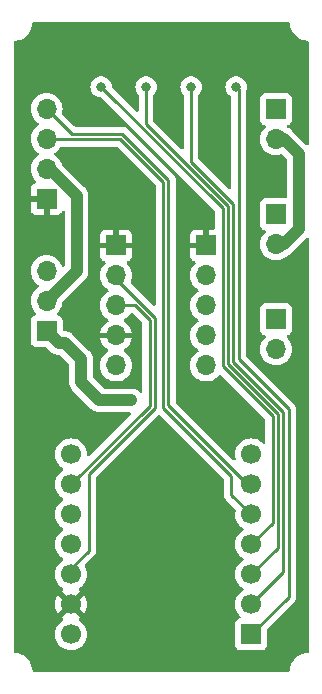
<source format=gbr>
%TF.GenerationSoftware,KiCad,Pcbnew,7.0.9*%
%TF.CreationDate,2025-03-23T17:44:29-04:00*%
%TF.ProjectId,Compact_Control,436f6d70-6163-4745-9f43-6f6e74726f6c,rev?*%
%TF.SameCoordinates,Original*%
%TF.FileFunction,Copper,L2,Bot*%
%TF.FilePolarity,Positive*%
%FSLAX46Y46*%
G04 Gerber Fmt 4.6, Leading zero omitted, Abs format (unit mm)*
G04 Created by KiCad (PCBNEW 7.0.9) date 2025-03-23 17:44:29*
%MOMM*%
%LPD*%
G01*
G04 APERTURE LIST*
%TA.AperFunction,ComponentPad*%
%ADD10R,1.700000X1.700000*%
%TD*%
%TA.AperFunction,ComponentPad*%
%ADD11C,1.700000*%
%TD*%
%TA.AperFunction,ComponentPad*%
%ADD12O,1.700000X1.700000*%
%TD*%
%TA.AperFunction,ViaPad*%
%ADD13C,0.800000*%
%TD*%
%TA.AperFunction,Conductor*%
%ADD14C,0.250000*%
%TD*%
%TA.AperFunction,Conductor*%
%ADD15C,1.000000*%
%TD*%
G04 APERTURE END LIST*
D10*
%TO.P,U1,1,PA02_A0_D0*%
%TO.N,LED0*%
X20117738Y-51846960D03*
D11*
%TO.P,U1,2,PA4_A1_D1*%
%TO.N,LED1*%
X20117738Y-49306960D03*
%TO.P,U1,3,PA10_A2_D2*%
%TO.N,LED2*%
X20117738Y-46766960D03*
%TO.P,U1,4,PA11_A3_D3*%
%TO.N,LED3*%
X20117738Y-44226960D03*
%TO.P,U1,5,PA8_A4_D4_SDA*%
%TO.N,SDA*%
X20117738Y-41686960D03*
%TO.P,U1,6,PA9_A5_D5_SCL*%
%TO.N,SCL*%
X20117738Y-39146960D03*
%TO.P,U1,7,PB08_A6_D6_TX*%
%TO.N,unconnected-(U1-PB08_A6_D6_TX-Pad7)*%
X20117738Y-36606960D03*
%TO.P,U1,8,PB09_A7_D7_RX*%
%TO.N,unconnected-(U1-PB09_A7_D7_RX-Pad8)*%
X4867738Y-36606960D03*
%TO.P,U1,9,PA7_A8_D8_SCK*%
%TO.N,PUMP_PWM*%
X4867738Y-39146960D03*
%TO.P,U1,10,PA5_A9_D9_MISO*%
%TO.N,VALVE_1_PFM*%
X4867738Y-41686960D03*
%TO.P,U1,11,PA6_A10_D10_MOSI*%
%TO.N,VALVE_2_PFM*%
X4867738Y-44226960D03*
%TO.P,U1,12,3V3*%
%TO.N,3V3*%
X4867738Y-46766960D03*
%TO.P,U1,13,GND*%
%TO.N,GND*%
X4867738Y-49306960D03*
%TO.P,U1,14,5V*%
%TO.N,Net-(D1-K)*%
X4867738Y-51846960D03*
%TD*%
D10*
%TO.P,J6,1,Pin_1*%
%TO.N,VIN*%
X2794000Y-26162000D03*
D12*
%TO.P,J6,2,Pin_2*%
%TO.N,VIN_SRC*%
X2794000Y-23622000D03*
%TO.P,J6,3,Pin_3*%
%TO.N,unconnected-(J6-Pin_3-Pad3)*%
X2794000Y-21082000D03*
%TD*%
D10*
%TO.P,J4,1,Pin_1*%
%TO.N,GND*%
X2794000Y-14986000D03*
D12*
%TO.P,J4,2,Pin_2*%
%TO.N,VIN_SRC*%
X2794000Y-12446000D03*
%TO.P,J4,3,Pin_3*%
%TO.N,SDA*%
X2794000Y-9906000D03*
%TO.P,J4,4,Pin_4*%
%TO.N,SCL*%
X2794000Y-7366000D03*
%TD*%
D10*
%TO.P,J3,1,Pin_1*%
%TO.N,PUMP_-*%
X22225000Y-25176960D03*
D12*
%TO.P,J3,2,Pin_2*%
%TO.N,PUMP_+*%
X22225000Y-27716960D03*
%TD*%
D10*
%TO.P,J1,1,Pin_1*%
%TO.N,Net-(D2-A)*%
X22225000Y-7396960D03*
D12*
%TO.P,J1,2,Pin_2*%
%TO.N,VIN*%
X22225000Y-9936960D03*
%TD*%
D10*
%TO.P,U2,1,GND*%
%TO.N,GND*%
X8677738Y-18926960D03*
D12*
%TO.P,U2,2,VCC*%
%TO.N,3V3*%
X8677738Y-21466960D03*
%TO.P,U2,3,EN/PWM*%
%TO.N,PUMP_PWM*%
X8677738Y-24006960D03*
%TO.P,U2,4,PHASE*%
%TO.N,GND*%
X8677738Y-26546960D03*
%TO.P,U2,5,~SLEEP*%
%TO.N,unconnected-(U2-~SLEEP-Pad5)*%
X8677738Y-29086960D03*
D10*
%TO.P,U2,6,GND*%
%TO.N,GND*%
X16297738Y-18926960D03*
D12*
%TO.P,U2,7,VIN*%
%TO.N,VIN*%
X16297738Y-21466960D03*
%TO.P,U2,8,OUT2*%
%TO.N,PUMP_-*%
X16297738Y-24006960D03*
%TO.P,U2,9,OUT1*%
%TO.N,PUMP_+*%
X16297738Y-26546960D03*
%TO.P,U2,10,VM*%
%TO.N,unconnected-(U2-VM-Pad10)*%
X16297738Y-29086960D03*
%TD*%
D10*
%TO.P,J2,1,Pin_1*%
%TO.N,Net-(D3-A)*%
X22225000Y-16286960D03*
D12*
%TO.P,J2,2,Pin_2*%
%TO.N,VIN*%
X22225000Y-18826960D03*
%TD*%
D13*
%TO.N,VIN*%
X9947738Y-32034960D03*
%TO.N,LED0*%
X18837738Y-5491960D03*
%TO.N,LED1*%
X15027738Y-5491960D03*
%TO.N,LED2*%
X11217738Y-5491960D03*
%TO.N,LED3*%
X7407738Y-5491960D03*
%TD*%
D14*
%TO.N,SDA*%
X20117738Y-41686960D02*
X20086960Y-41686960D01*
X20086960Y-41686960D02*
X18415000Y-40015000D01*
X2824960Y-9936960D02*
X2794000Y-9906000D01*
X18415000Y-38415000D02*
X12646342Y-32646342D01*
X12646342Y-32646342D02*
X12646342Y-13561960D01*
X9021342Y-9936960D02*
X2824960Y-9936960D01*
X18415000Y-40015000D02*
X18415000Y-38415000D01*
X12646342Y-13561960D02*
X9021342Y-9936960D01*
D15*
%TO.N,VIN*%
X7269960Y-32034960D02*
X5715000Y-30480000D01*
X22906960Y-9936960D02*
X24130000Y-11160000D01*
X24130000Y-11160000D02*
X24130000Y-17554349D01*
X5715000Y-30480000D02*
X5715000Y-28575000D01*
X3810000Y-27178000D02*
X2794000Y-26162000D01*
X5715000Y-28575000D02*
X4318000Y-27178000D01*
X24130000Y-17554349D02*
X22857389Y-18826960D01*
X4318000Y-27178000D02*
X3810000Y-27178000D01*
X9947738Y-32034960D02*
X7269960Y-32034960D01*
D14*
%TO.N,SCL*%
X13096342Y-32459946D02*
X19783356Y-39146960D01*
X13096342Y-13375564D02*
X13096342Y-32459946D01*
X19783356Y-39146960D02*
X20117738Y-39146960D01*
X9207738Y-9486960D02*
X13096342Y-13375564D01*
X4914960Y-9486960D02*
X9207738Y-9486960D01*
X2794000Y-7366000D02*
X4914960Y-9486960D01*
%TO.N,LED0*%
X23282738Y-48681960D02*
X20117738Y-51846960D01*
X23282738Y-32796960D02*
X23282738Y-48681960D01*
X19050000Y-5704222D02*
X19050000Y-28564222D01*
X18837738Y-5491960D02*
X19050000Y-5704222D01*
X19050000Y-28564222D02*
X23282738Y-32796960D01*
%TO.N,LED1*%
X22832738Y-46591960D02*
X20117738Y-49306960D01*
X15027738Y-11839168D02*
X18600000Y-15411430D01*
X18600000Y-28750618D02*
X22832738Y-32983356D01*
X18600000Y-15411430D02*
X18600000Y-28750618D01*
X15027738Y-5491960D02*
X15027738Y-11839168D01*
X22832738Y-32983356D02*
X22832738Y-46591960D01*
%TO.N,LED2*%
X11217738Y-5491960D02*
X11217738Y-8665564D01*
X18150000Y-28937014D02*
X22382738Y-33169752D01*
X11217738Y-8665564D02*
X18150000Y-15597826D01*
X18150000Y-15597826D02*
X18150000Y-28937014D01*
X22382738Y-33169752D02*
X22382738Y-44501960D01*
X22382738Y-44501960D02*
X20117738Y-46766960D01*
%TO.N,LED3*%
X21932738Y-33356148D02*
X21932738Y-42411960D01*
X7407738Y-5491960D02*
X17700000Y-15784222D01*
X17700000Y-29123410D02*
X21932738Y-33356148D01*
X21932738Y-42411960D02*
X20117738Y-44226960D01*
X17700000Y-15784222D02*
X17700000Y-29123410D01*
%TO.N,PUMP_PWM*%
X10305564Y-24006960D02*
X11529738Y-25231134D01*
X8677738Y-24006960D02*
X10305564Y-24006960D01*
X11529738Y-32484960D02*
X4867738Y-39146960D01*
X11529738Y-25231134D02*
X11529738Y-32484960D01*
%TO.N,3V3*%
X6350000Y-38301094D02*
X6350000Y-44754698D01*
X6350000Y-44754698D02*
X4867738Y-46236960D01*
X8677738Y-21742738D02*
X11979738Y-25044738D01*
X4867738Y-46236960D02*
X4867738Y-46766960D01*
X11979738Y-25044738D02*
X11979738Y-32671356D01*
X11979738Y-32671356D02*
X6350000Y-38301094D01*
X8677738Y-21466960D02*
X8677738Y-21742738D01*
D15*
%TO.N,VIN_SRC*%
X5334000Y-21082000D02*
X2794000Y-23622000D01*
X5334000Y-14732000D02*
X5334000Y-21082000D01*
X2794000Y-12446000D02*
X3048000Y-12446000D01*
X3048000Y-12446000D02*
X5334000Y-14732000D01*
%TD*%
%TA.AperFunction,Conductor*%
%TO.N,GND*%
G36*
X8777929Y-10582145D02*
G01*
X8798571Y-10598779D01*
X11984523Y-13784731D01*
X12018008Y-13846054D01*
X12020842Y-13872412D01*
X12020842Y-23901889D01*
X12001157Y-23968928D01*
X11948353Y-24014683D01*
X11879195Y-24024627D01*
X11815639Y-23995602D01*
X11809161Y-23989570D01*
X9948979Y-22129388D01*
X9915494Y-22068065D01*
X9920478Y-21998373D01*
X9924278Y-21989302D01*
X9951641Y-21930623D01*
X10012801Y-21702368D01*
X10033397Y-21466960D01*
X10012801Y-21231552D01*
X9951641Y-21003297D01*
X9851773Y-20789131D01*
X9823154Y-20748259D01*
X9716234Y-20595560D01*
X9716233Y-20595559D01*
X9593917Y-20473243D01*
X9560434Y-20411923D01*
X9565418Y-20342231D01*
X9607289Y-20286297D01*
X9638267Y-20269382D01*
X9769824Y-20220314D01*
X9769831Y-20220310D01*
X9884925Y-20134150D01*
X9884928Y-20134147D01*
X9971088Y-20019053D01*
X9971092Y-20019046D01*
X10021334Y-19884339D01*
X10021336Y-19884332D01*
X10027737Y-19824804D01*
X10027738Y-19824787D01*
X10027738Y-19176960D01*
X9111424Y-19176960D01*
X9137231Y-19136804D01*
X9177738Y-18998849D01*
X9177738Y-18855071D01*
X9137231Y-18717116D01*
X9111424Y-18676960D01*
X10027738Y-18676960D01*
X10027738Y-18029132D01*
X10027737Y-18029115D01*
X10021336Y-17969587D01*
X10021334Y-17969580D01*
X9971092Y-17834873D01*
X9971088Y-17834866D01*
X9884928Y-17719772D01*
X9884925Y-17719769D01*
X9769831Y-17633609D01*
X9769824Y-17633605D01*
X9635117Y-17583363D01*
X9635110Y-17583361D01*
X9575582Y-17576960D01*
X8927738Y-17576960D01*
X8927738Y-18491458D01*
X8820053Y-18442280D01*
X8713501Y-18426960D01*
X8641975Y-18426960D01*
X8535423Y-18442280D01*
X8427738Y-18491458D01*
X8427738Y-17576960D01*
X7779893Y-17576960D01*
X7720365Y-17583361D01*
X7720358Y-17583363D01*
X7585651Y-17633605D01*
X7585644Y-17633609D01*
X7470550Y-17719769D01*
X7470547Y-17719772D01*
X7384387Y-17834866D01*
X7384383Y-17834873D01*
X7334141Y-17969580D01*
X7334139Y-17969587D01*
X7327738Y-18029115D01*
X7327738Y-18676960D01*
X8244052Y-18676960D01*
X8218245Y-18717116D01*
X8177738Y-18855071D01*
X8177738Y-18998849D01*
X8218245Y-19136804D01*
X8244052Y-19176960D01*
X7327738Y-19176960D01*
X7327738Y-19824804D01*
X7334139Y-19884332D01*
X7334141Y-19884339D01*
X7384383Y-20019046D01*
X7384387Y-20019053D01*
X7470547Y-20134147D01*
X7470550Y-20134150D01*
X7585644Y-20220310D01*
X7585651Y-20220314D01*
X7717208Y-20269381D01*
X7773141Y-20311252D01*
X7797559Y-20376716D01*
X7782708Y-20444989D01*
X7761557Y-20473244D01*
X7639241Y-20595560D01*
X7503703Y-20789129D01*
X7503702Y-20789131D01*
X7403836Y-21003295D01*
X7403832Y-21003304D01*
X7342676Y-21231546D01*
X7342674Y-21231556D01*
X7322079Y-21466959D01*
X7322079Y-21466960D01*
X7342674Y-21702363D01*
X7342676Y-21702373D01*
X7403832Y-21930615D01*
X7403834Y-21930619D01*
X7403835Y-21930623D01*
X7492373Y-22120493D01*
X7503703Y-22144790D01*
X7503705Y-22144794D01*
X7639239Y-22338355D01*
X7639244Y-22338362D01*
X7806335Y-22505453D01*
X7806341Y-22505458D01*
X7991896Y-22635385D01*
X8035521Y-22689962D01*
X8042715Y-22759460D01*
X8011192Y-22821815D01*
X7991896Y-22838535D01*
X7806335Y-22968465D01*
X7639243Y-23135557D01*
X7503703Y-23329129D01*
X7503702Y-23329131D01*
X7403836Y-23543295D01*
X7403832Y-23543304D01*
X7342676Y-23771546D01*
X7342674Y-23771556D01*
X7322079Y-24006959D01*
X7322079Y-24006960D01*
X7342674Y-24242363D01*
X7342676Y-24242373D01*
X7403832Y-24470615D01*
X7403834Y-24470619D01*
X7403835Y-24470623D01*
X7488480Y-24652145D01*
X7503703Y-24684790D01*
X7503705Y-24684794D01*
X7585966Y-24802274D01*
X7639239Y-24878356D01*
X7639244Y-24878362D01*
X7806335Y-25045453D01*
X7806341Y-25045458D01*
X7992332Y-25175690D01*
X8035957Y-25230267D01*
X8043151Y-25299765D01*
X8011628Y-25362120D01*
X7992333Y-25378840D01*
X7806660Y-25508850D01*
X7806658Y-25508851D01*
X7639629Y-25675880D01*
X7639624Y-25675886D01*
X7504138Y-25869380D01*
X7504137Y-25869382D01*
X7404308Y-26083467D01*
X7404305Y-26083473D01*
X7347102Y-26296959D01*
X7347102Y-26296960D01*
X8244052Y-26296960D01*
X8218245Y-26337116D01*
X8177738Y-26475071D01*
X8177738Y-26618849D01*
X8218245Y-26756804D01*
X8244052Y-26796960D01*
X7347102Y-26796960D01*
X7404305Y-27010446D01*
X7404308Y-27010452D01*
X7504137Y-27224538D01*
X7639632Y-27418042D01*
X7806655Y-27585065D01*
X7992333Y-27715079D01*
X8035957Y-27769656D01*
X8043150Y-27839155D01*
X8011628Y-27901509D01*
X7992333Y-27918229D01*
X7806332Y-28048468D01*
X7639243Y-28215557D01*
X7503703Y-28409129D01*
X7503702Y-28409131D01*
X7403836Y-28623295D01*
X7403832Y-28623304D01*
X7342676Y-28851546D01*
X7342674Y-28851556D01*
X7322079Y-29086959D01*
X7322079Y-29086960D01*
X7342674Y-29322363D01*
X7342676Y-29322373D01*
X7403832Y-29550615D01*
X7403834Y-29550619D01*
X7403835Y-29550623D01*
X7503703Y-29764790D01*
X7503705Y-29764794D01*
X7612019Y-29919481D01*
X7639243Y-29958361D01*
X7806337Y-30125455D01*
X7903122Y-30193225D01*
X7999903Y-30260992D01*
X7999905Y-30260993D01*
X7999908Y-30260995D01*
X8214075Y-30360863D01*
X8442330Y-30422023D01*
X8630656Y-30438499D01*
X8677737Y-30442619D01*
X8677738Y-30442619D01*
X8677739Y-30442619D01*
X8716972Y-30439186D01*
X8913146Y-30422023D01*
X9141401Y-30360863D01*
X9355568Y-30260995D01*
X9549139Y-30125455D01*
X9716233Y-29958361D01*
X9851773Y-29764790D01*
X9951641Y-29550623D01*
X10012801Y-29322368D01*
X10033397Y-29086960D01*
X10012801Y-28851552D01*
X9951641Y-28623297D01*
X9851773Y-28409131D01*
X9841735Y-28394794D01*
X9716232Y-28215557D01*
X9549140Y-28048466D01*
X9549139Y-28048465D01*
X9363143Y-27918229D01*
X9319519Y-27863652D01*
X9312326Y-27794153D01*
X9343848Y-27731799D01*
X9363143Y-27715079D01*
X9548820Y-27585065D01*
X9715843Y-27418042D01*
X9851338Y-27224538D01*
X9951167Y-27010452D01*
X9951170Y-27010446D01*
X10008374Y-26796960D01*
X9111424Y-26796960D01*
X9137231Y-26756804D01*
X9177738Y-26618849D01*
X9177738Y-26475071D01*
X9137231Y-26337116D01*
X9111424Y-26296960D01*
X10008374Y-26296960D01*
X10008373Y-26296959D01*
X9951170Y-26083473D01*
X9951167Y-26083467D01*
X9851338Y-25869382D01*
X9851337Y-25869380D01*
X9715851Y-25675886D01*
X9715846Y-25675880D01*
X9548816Y-25508850D01*
X9363143Y-25378839D01*
X9319518Y-25324262D01*
X9312326Y-25254764D01*
X9343848Y-25192409D01*
X9363144Y-25175690D01*
X9363580Y-25175385D01*
X9549139Y-25045455D01*
X9716233Y-24878361D01*
X9851390Y-24685337D01*
X9905967Y-24641712D01*
X9952965Y-24632460D01*
X9995112Y-24632460D01*
X10062151Y-24652145D01*
X10082793Y-24668779D01*
X10867919Y-25453905D01*
X10901404Y-25515228D01*
X10904238Y-25541586D01*
X10904238Y-31278594D01*
X10884553Y-31345633D01*
X10831749Y-31391388D01*
X10762591Y-31401332D01*
X10699035Y-31372307D01*
X10690364Y-31364027D01*
X10672879Y-31345633D01*
X10602797Y-31271907D01*
X10445382Y-31162343D01*
X10435788Y-31155665D01*
X10248794Y-31075419D01*
X10049479Y-31034460D01*
X7735742Y-31034460D01*
X7668703Y-31014775D01*
X7648061Y-30998141D01*
X6751819Y-30101899D01*
X6718334Y-30040576D01*
X6715500Y-30014218D01*
X6715500Y-28587675D01*
X6717756Y-28498642D01*
X6717755Y-28498641D01*
X6717756Y-28498636D01*
X6706929Y-28438233D01*
X6706282Y-28433620D01*
X6700074Y-28372562D01*
X6700073Y-28372560D01*
X6700073Y-28372557D01*
X6689790Y-28339787D01*
X6687917Y-28332154D01*
X6681858Y-28298348D01*
X6659102Y-28241378D01*
X6657521Y-28236937D01*
X6639853Y-28180624D01*
X6639159Y-28178412D01*
X6639158Y-28178410D01*
X6639157Y-28178407D01*
X6623949Y-28151010D01*
X6622485Y-28148371D01*
X6619117Y-28141278D01*
X6607386Y-28111909D01*
X6606377Y-28109383D01*
X6572620Y-28058163D01*
X6570180Y-28054134D01*
X6558783Y-28033601D01*
X6540409Y-28000498D01*
X6540407Y-28000495D01*
X6518033Y-27974434D01*
X6513302Y-27968159D01*
X6502895Y-27952368D01*
X6494402Y-27939481D01*
X6451012Y-27896091D01*
X6447822Y-27892648D01*
X6407867Y-27846106D01*
X6407863Y-27846102D01*
X6380698Y-27825074D01*
X6374803Y-27819882D01*
X5034451Y-26479531D01*
X4973061Y-26414949D01*
X4973060Y-26414948D01*
X4973059Y-26414947D01*
X4929325Y-26384507D01*
X4922709Y-26379902D01*
X4918946Y-26377064D01*
X4871413Y-26338305D01*
X4871406Y-26338300D01*
X4840959Y-26322397D01*
X4834251Y-26318334D01*
X4806049Y-26298705D01*
X4806046Y-26298703D01*
X4806045Y-26298703D01*
X4806041Y-26298701D01*
X4749680Y-26274514D01*
X4745424Y-26272493D01*
X4691057Y-26244094D01*
X4691050Y-26244091D01*
X4691049Y-26244091D01*
X4685008Y-26242362D01*
X4658030Y-26234642D01*
X4650630Y-26232008D01*
X4619057Y-26218459D01*
X4619058Y-26218459D01*
X4558966Y-26206109D01*
X4554391Y-26204986D01*
X4495420Y-26188113D01*
X4495425Y-26188113D01*
X4461158Y-26185503D01*
X4453380Y-26184412D01*
X4419742Y-26177500D01*
X4419741Y-26177500D01*
X4358402Y-26177500D01*
X4353695Y-26177321D01*
X4348799Y-26176948D01*
X4292526Y-26172662D01*
X4288624Y-26173159D01*
X4288158Y-26173218D01*
X4219170Y-26162161D01*
X4184814Y-26137893D01*
X4180818Y-26133897D01*
X4147333Y-26072574D01*
X4144499Y-26046216D01*
X4144499Y-25264129D01*
X4144498Y-25264123D01*
X4144497Y-25264116D01*
X4138091Y-25204517D01*
X4127339Y-25175690D01*
X4087797Y-25069671D01*
X4087793Y-25069664D01*
X4001547Y-24954455D01*
X4001544Y-24954452D01*
X3886335Y-24868206D01*
X3886328Y-24868202D01*
X3754917Y-24819189D01*
X3698983Y-24777318D01*
X3674566Y-24711853D01*
X3689418Y-24643580D01*
X3710563Y-24615332D01*
X3832495Y-24493401D01*
X3968035Y-24299830D01*
X4067903Y-24085663D01*
X4129063Y-23857408D01*
X4140043Y-23731901D01*
X4165495Y-23666834D01*
X4175882Y-23655037D01*
X6032487Y-21798433D01*
X6097053Y-21737059D01*
X6132119Y-21686675D01*
X6134912Y-21682972D01*
X6173697Y-21635408D01*
X6189604Y-21604952D01*
X6193666Y-21598248D01*
X6213295Y-21570049D01*
X6237497Y-21513650D01*
X6239500Y-21509431D01*
X6267909Y-21455049D01*
X6277357Y-21422022D01*
X6279988Y-21414633D01*
X6293540Y-21383058D01*
X6305895Y-21322930D01*
X6306999Y-21318429D01*
X6323886Y-21259418D01*
X6326494Y-21225157D01*
X6327585Y-21217389D01*
X6334500Y-21183743D01*
X6334500Y-21122398D01*
X6334679Y-21117688D01*
X6339337Y-21056524D01*
X6334997Y-21022442D01*
X6334500Y-21014603D01*
X6334500Y-14744677D01*
X6334720Y-14736000D01*
X6336756Y-14655637D01*
X6325932Y-14595247D01*
X6325282Y-14590617D01*
X6319074Y-14529562D01*
X6308790Y-14496786D01*
X6306917Y-14489154D01*
X6300858Y-14455349D01*
X6300858Y-14455347D01*
X6278102Y-14398378D01*
X6276521Y-14393937D01*
X6258157Y-14335407D01*
X6241488Y-14305378D01*
X6238117Y-14298278D01*
X6225378Y-14266386D01*
X6225377Y-14266383D01*
X6191620Y-14215163D01*
X6189180Y-14211134D01*
X6168965Y-14174715D01*
X6159409Y-14157498D01*
X6159407Y-14157495D01*
X6137033Y-14131434D01*
X6132302Y-14125159D01*
X6113402Y-14096481D01*
X6070012Y-14053091D01*
X6066822Y-14049648D01*
X6026867Y-14003106D01*
X6026863Y-14003102D01*
X5999698Y-13982074D01*
X5993811Y-13976890D01*
X4116522Y-12099602D01*
X4084429Y-12044014D01*
X4067904Y-11982341D01*
X4067903Y-11982337D01*
X3968035Y-11768171D01*
X3968034Y-11768169D01*
X3832494Y-11574597D01*
X3665402Y-11407506D01*
X3665396Y-11407501D01*
X3479842Y-11277575D01*
X3436217Y-11222998D01*
X3429023Y-11153500D01*
X3460546Y-11091145D01*
X3479842Y-11074425D01*
X3621181Y-10975458D01*
X3665401Y-10944495D01*
X3832495Y-10777401D01*
X3945974Y-10615335D01*
X4000551Y-10571712D01*
X4047549Y-10562460D01*
X8710890Y-10562460D01*
X8777929Y-10582145D01*
G37*
%TD.AperFunction*%
%TA.AperFunction,Conductor*%
G36*
X23342940Y-20185D02*
G01*
X23388695Y-72989D01*
X23398187Y-110185D01*
X23398870Y-110087D01*
X23432080Y-341075D01*
X23432083Y-341085D01*
X23496583Y-560751D01*
X23591680Y-768985D01*
X23591693Y-769008D01*
X23715456Y-961587D01*
X23715460Y-961593D01*
X23865384Y-1134615D01*
X24038406Y-1284539D01*
X24038412Y-1284543D01*
X24230991Y-1408306D01*
X24231014Y-1408319D01*
X24439248Y-1503416D01*
X24439252Y-1503417D01*
X24439254Y-1503418D01*
X24658920Y-1567918D01*
X24658921Y-1567918D01*
X24658924Y-1567919D01*
X24819053Y-1590942D01*
X24885530Y-1600500D01*
X24885531Y-1600500D01*
X24889913Y-1601130D01*
X24889726Y-1602424D01*
X24949801Y-1624825D01*
X24991678Y-1680755D01*
X24999500Y-1724099D01*
X24999500Y-10315038D01*
X24979815Y-10382077D01*
X24927011Y-10427832D01*
X24857853Y-10437776D01*
X24799593Y-10413090D01*
X24795691Y-10410069D01*
X24789806Y-10404886D01*
X23578540Y-9193620D01*
X23460367Y-9097262D01*
X23280009Y-9003051D01*
X23280008Y-9003050D01*
X23280003Y-9003048D01*
X23200177Y-8980207D01*
X23146609Y-8948673D01*
X23141569Y-8943633D01*
X23108084Y-8882310D01*
X23113068Y-8812618D01*
X23154940Y-8756685D01*
X23185915Y-8739770D01*
X23317331Y-8690756D01*
X23432546Y-8604506D01*
X23518796Y-8489291D01*
X23569091Y-8354443D01*
X23575500Y-8294833D01*
X23575499Y-6499088D01*
X23569091Y-6439477D01*
X23536875Y-6353102D01*
X23518797Y-6304631D01*
X23518793Y-6304624D01*
X23432547Y-6189415D01*
X23432544Y-6189412D01*
X23317335Y-6103166D01*
X23317328Y-6103162D01*
X23182482Y-6052868D01*
X23182483Y-6052868D01*
X23122883Y-6046461D01*
X23122881Y-6046460D01*
X23122873Y-6046460D01*
X23122864Y-6046460D01*
X21327129Y-6046460D01*
X21327123Y-6046461D01*
X21267516Y-6052868D01*
X21132671Y-6103162D01*
X21132664Y-6103166D01*
X21017455Y-6189412D01*
X21017452Y-6189415D01*
X20931206Y-6304624D01*
X20931202Y-6304631D01*
X20880908Y-6439477D01*
X20874501Y-6499076D01*
X20874501Y-6499083D01*
X20874500Y-6499095D01*
X20874500Y-8294830D01*
X20874501Y-8294836D01*
X20880908Y-8354443D01*
X20931202Y-8489288D01*
X20931206Y-8489295D01*
X21017452Y-8604504D01*
X21017455Y-8604507D01*
X21132664Y-8690753D01*
X21132671Y-8690757D01*
X21264081Y-8739770D01*
X21320015Y-8781641D01*
X21344432Y-8847105D01*
X21329580Y-8915378D01*
X21308430Y-8943633D01*
X21186503Y-9065560D01*
X21050965Y-9259129D01*
X21050964Y-9259131D01*
X20951098Y-9473295D01*
X20951094Y-9473304D01*
X20889938Y-9701546D01*
X20889936Y-9701556D01*
X20869341Y-9936959D01*
X20869341Y-9936960D01*
X20889936Y-10172363D01*
X20889938Y-10172373D01*
X20951094Y-10400615D01*
X20951096Y-10400619D01*
X20951097Y-10400623D01*
X21008854Y-10524482D01*
X21050965Y-10614790D01*
X21050967Y-10614794D01*
X21148295Y-10753792D01*
X21186505Y-10808361D01*
X21353599Y-10975455D01*
X21418547Y-11020932D01*
X21547165Y-11110992D01*
X21547167Y-11110993D01*
X21547170Y-11110995D01*
X21761337Y-11210863D01*
X21761343Y-11210864D01*
X21761344Y-11210865D01*
X21806626Y-11222998D01*
X21989592Y-11272023D01*
X22177918Y-11288499D01*
X22224999Y-11292619D01*
X22225000Y-11292619D01*
X22225001Y-11292619D01*
X22264234Y-11289186D01*
X22460408Y-11272023D01*
X22680460Y-11213061D01*
X22750310Y-11214724D01*
X22800234Y-11245155D01*
X23093181Y-11538102D01*
X23126666Y-11599425D01*
X23129500Y-11625783D01*
X23129500Y-14812460D01*
X23109815Y-14879499D01*
X23057011Y-14925254D01*
X23005500Y-14936460D01*
X21327129Y-14936460D01*
X21327123Y-14936461D01*
X21267516Y-14942868D01*
X21132671Y-14993162D01*
X21132664Y-14993166D01*
X21017455Y-15079412D01*
X21017452Y-15079415D01*
X20931206Y-15194624D01*
X20931202Y-15194631D01*
X20880908Y-15329477D01*
X20874501Y-15389076D01*
X20874500Y-15389095D01*
X20874500Y-17184830D01*
X20874501Y-17184836D01*
X20880908Y-17244443D01*
X20931202Y-17379288D01*
X20931206Y-17379295D01*
X21017452Y-17494504D01*
X21017455Y-17494507D01*
X21132664Y-17580753D01*
X21132671Y-17580757D01*
X21264081Y-17629770D01*
X21320015Y-17671641D01*
X21344432Y-17737105D01*
X21329580Y-17805378D01*
X21308430Y-17833633D01*
X21186503Y-17955560D01*
X21050965Y-18149129D01*
X21050964Y-18149131D01*
X20951098Y-18363295D01*
X20951094Y-18363304D01*
X20889938Y-18591546D01*
X20889936Y-18591556D01*
X20869341Y-18826959D01*
X20869341Y-18826960D01*
X20889936Y-19062363D01*
X20889938Y-19062373D01*
X20951094Y-19290615D01*
X20951096Y-19290619D01*
X20951097Y-19290623D01*
X21014672Y-19426960D01*
X21050965Y-19504790D01*
X21050967Y-19504794D01*
X21159281Y-19659481D01*
X21186505Y-19698361D01*
X21353599Y-19865455D01*
X21450384Y-19933225D01*
X21547165Y-20000992D01*
X21547167Y-20000993D01*
X21547170Y-20000995D01*
X21761337Y-20100863D01*
X21761343Y-20100864D01*
X21761344Y-20100865D01*
X21816285Y-20115586D01*
X21989592Y-20162023D01*
X22177918Y-20178499D01*
X22224999Y-20182619D01*
X22225000Y-20182619D01*
X22225001Y-20182619D01*
X22264234Y-20179186D01*
X22460408Y-20162023D01*
X22688663Y-20100863D01*
X22902830Y-20000995D01*
X23096401Y-19865455D01*
X23172633Y-19789221D01*
X23214311Y-19761754D01*
X23323006Y-19718337D01*
X23492908Y-19606362D01*
X24787819Y-18311449D01*
X24849142Y-18277965D01*
X24918833Y-18282949D01*
X24974767Y-18324820D01*
X24999184Y-18390285D01*
X24999500Y-18399131D01*
X24999500Y-53275900D01*
X24979815Y-53342939D01*
X24927011Y-53388694D01*
X24889815Y-53398192D01*
X24889913Y-53398870D01*
X24885531Y-53399500D01*
X24885530Y-53399500D01*
X24862986Y-53402741D01*
X24658924Y-53432080D01*
X24658914Y-53432083D01*
X24439248Y-53496583D01*
X24231014Y-53591680D01*
X24230991Y-53591693D01*
X24038412Y-53715456D01*
X24038406Y-53715460D01*
X23865384Y-53865384D01*
X23715460Y-54038406D01*
X23715456Y-54038412D01*
X23591693Y-54230991D01*
X23591680Y-54231014D01*
X23496583Y-54439248D01*
X23432083Y-54658914D01*
X23432080Y-54658924D01*
X23398870Y-54889913D01*
X23397575Y-54889726D01*
X23375175Y-54949801D01*
X23319245Y-54991678D01*
X23275901Y-54999500D01*
X1724099Y-54999500D01*
X1657060Y-54979815D01*
X1611305Y-54927011D01*
X1601812Y-54889814D01*
X1601130Y-54889913D01*
X1567919Y-54658924D01*
X1567916Y-54658914D01*
X1503416Y-54439248D01*
X1408319Y-54231014D01*
X1408306Y-54230991D01*
X1284543Y-54038412D01*
X1284539Y-54038406D01*
X1134615Y-53865384D01*
X961593Y-53715460D01*
X961587Y-53715456D01*
X769008Y-53591693D01*
X768985Y-53591680D01*
X560751Y-53496583D01*
X341085Y-53432083D01*
X341075Y-53432080D01*
X139648Y-53403120D01*
X114470Y-53399500D01*
X114469Y-53399500D01*
X110087Y-53398870D01*
X110271Y-53397583D01*
X50168Y-53375151D01*
X8309Y-53319209D01*
X500Y-53275900D01*
X500Y-23622000D01*
X1438341Y-23622000D01*
X1458936Y-23857403D01*
X1458938Y-23857413D01*
X1520094Y-24085655D01*
X1520096Y-24085659D01*
X1520097Y-24085663D01*
X1610292Y-24279087D01*
X1619965Y-24299830D01*
X1619967Y-24299834D01*
X1728281Y-24454521D01*
X1755501Y-24493396D01*
X1755506Y-24493402D01*
X1877430Y-24615326D01*
X1910915Y-24676649D01*
X1905931Y-24746341D01*
X1864059Y-24802274D01*
X1833083Y-24819189D01*
X1701669Y-24868203D01*
X1701664Y-24868206D01*
X1586455Y-24954452D01*
X1586452Y-24954455D01*
X1500206Y-25069664D01*
X1500202Y-25069671D01*
X1449908Y-25204517D01*
X1443501Y-25264116D01*
X1443501Y-25264123D01*
X1443500Y-25264135D01*
X1443500Y-27059870D01*
X1443501Y-27059876D01*
X1449908Y-27119483D01*
X1500202Y-27254328D01*
X1500206Y-27254335D01*
X1586452Y-27369544D01*
X1586455Y-27369547D01*
X1701664Y-27455793D01*
X1701671Y-27455797D01*
X1836517Y-27506091D01*
X1836516Y-27506091D01*
X1843444Y-27506835D01*
X1896127Y-27512500D01*
X2678216Y-27512499D01*
X2745255Y-27532183D01*
X2765897Y-27548818D01*
X2932159Y-27715079D01*
X3093548Y-27876468D01*
X3154941Y-27941053D01*
X3154944Y-27941055D01*
X3154947Y-27941058D01*
X3189053Y-27964795D01*
X3205303Y-27976106D01*
X3209044Y-27978926D01*
X3256593Y-28017698D01*
X3287045Y-28033604D01*
X3293758Y-28037672D01*
X3321951Y-28057295D01*
X3378329Y-28081489D01*
X3382578Y-28083507D01*
X3436951Y-28111909D01*
X3464489Y-28119788D01*
X3469974Y-28121358D01*
X3477368Y-28123990D01*
X3508942Y-28137540D01*
X3508945Y-28137540D01*
X3508946Y-28137541D01*
X3569022Y-28149887D01*
X3573600Y-28151010D01*
X3587501Y-28154987D01*
X3632582Y-28167887D01*
X3666839Y-28170495D01*
X3674614Y-28171586D01*
X3708255Y-28178500D01*
X3708259Y-28178500D01*
X3769598Y-28178500D01*
X3774304Y-28178678D01*
X3787050Y-28179649D01*
X3835471Y-28183337D01*
X3835472Y-28183336D01*
X3835476Y-28183337D01*
X3839830Y-28182782D01*
X3908817Y-28193833D01*
X3943185Y-28218106D01*
X4678181Y-28953102D01*
X4711666Y-29014425D01*
X4714500Y-29040783D01*
X4714500Y-30467283D01*
X4712243Y-30556362D01*
X4712243Y-30556370D01*
X4723064Y-30616739D01*
X4723718Y-30621404D01*
X4729925Y-30682430D01*
X4729927Y-30682444D01*
X4740208Y-30715213D01*
X4742079Y-30722837D01*
X4748142Y-30756652D01*
X4748142Y-30756655D01*
X4770894Y-30813612D01*
X4772474Y-30818051D01*
X4790841Y-30876588D01*
X4790844Y-30876595D01*
X4807509Y-30906619D01*
X4810879Y-30913714D01*
X4823622Y-30945614D01*
X4823627Y-30945624D01*
X4857377Y-30996833D01*
X4859818Y-31000863D01*
X4889588Y-31054498D01*
X4889589Y-31054499D01*
X4889591Y-31054502D01*
X4911968Y-31080567D01*
X4916693Y-31086835D01*
X4929263Y-31105906D01*
X4935598Y-31115519D01*
X4978978Y-31158899D01*
X4982169Y-31162343D01*
X5022131Y-31208892D01*
X5022134Y-31208895D01*
X5049294Y-31229918D01*
X5055190Y-31235111D01*
X6553526Y-32733447D01*
X6614898Y-32798010D01*
X6614901Y-32798013D01*
X6665241Y-32833052D01*
X6669003Y-32835888D01*
X6716547Y-32874654D01*
X6716550Y-32874655D01*
X6716553Y-32874658D01*
X6747005Y-32890564D01*
X6753718Y-32894632D01*
X6781911Y-32914255D01*
X6838289Y-32938449D01*
X6842538Y-32940467D01*
X6896911Y-32968869D01*
X6924449Y-32976748D01*
X6929934Y-32978318D01*
X6937328Y-32980950D01*
X6968902Y-32994500D01*
X6968905Y-32994500D01*
X6968906Y-32994501D01*
X7028982Y-33006847D01*
X7033560Y-33007970D01*
X7047461Y-33011947D01*
X7092542Y-33024847D01*
X7126799Y-33027455D01*
X7134574Y-33028546D01*
X7168215Y-33035460D01*
X7168219Y-33035460D01*
X7229559Y-33035460D01*
X7234265Y-33035638D01*
X7269023Y-33038285D01*
X7295436Y-33040297D01*
X7295436Y-33040296D01*
X7295437Y-33040297D01*
X7329520Y-33035956D01*
X7337350Y-33035460D01*
X9795285Y-33035460D01*
X9862324Y-33055145D01*
X9908079Y-33107949D01*
X9918023Y-33177107D01*
X9888998Y-33240663D01*
X9882966Y-33247141D01*
X6435078Y-36695028D01*
X6373755Y-36728513D01*
X6304063Y-36723529D01*
X6248130Y-36681657D01*
X6223713Y-36616193D01*
X6223397Y-36607347D01*
X6223397Y-36606959D01*
X6202801Y-36371556D01*
X6202801Y-36371552D01*
X6141641Y-36143297D01*
X6041773Y-35929131D01*
X5906233Y-35735559D01*
X5906232Y-35735557D01*
X5739140Y-35568466D01*
X5739133Y-35568461D01*
X5545572Y-35432927D01*
X5545568Y-35432925D01*
X5545566Y-35432924D01*
X5331401Y-35333057D01*
X5331397Y-35333056D01*
X5331393Y-35333054D01*
X5103151Y-35271898D01*
X5103141Y-35271896D01*
X4867739Y-35251301D01*
X4867737Y-35251301D01*
X4632334Y-35271896D01*
X4632324Y-35271898D01*
X4404082Y-35333054D01*
X4404073Y-35333058D01*
X4189909Y-35432924D01*
X4189907Y-35432925D01*
X3996335Y-35568465D01*
X3829243Y-35735557D01*
X3693703Y-35929129D01*
X3693702Y-35929131D01*
X3593836Y-36143295D01*
X3593832Y-36143304D01*
X3532676Y-36371546D01*
X3532674Y-36371556D01*
X3512079Y-36606959D01*
X3512079Y-36606960D01*
X3532674Y-36842363D01*
X3532676Y-36842373D01*
X3593832Y-37070615D01*
X3593834Y-37070619D01*
X3593835Y-37070623D01*
X3618437Y-37123381D01*
X3693703Y-37284790D01*
X3693705Y-37284794D01*
X3829239Y-37478355D01*
X3829244Y-37478362D01*
X3996335Y-37645453D01*
X3996341Y-37645458D01*
X4181896Y-37775385D01*
X4225521Y-37829962D01*
X4232715Y-37899460D01*
X4201192Y-37961815D01*
X4181896Y-37978535D01*
X3996335Y-38108465D01*
X3829243Y-38275557D01*
X3693703Y-38469129D01*
X3693702Y-38469131D01*
X3593836Y-38683295D01*
X3593832Y-38683304D01*
X3532676Y-38911546D01*
X3532674Y-38911556D01*
X3512079Y-39146959D01*
X3512079Y-39146960D01*
X3532674Y-39382363D01*
X3532676Y-39382373D01*
X3593832Y-39610615D01*
X3593834Y-39610619D01*
X3593835Y-39610623D01*
X3678238Y-39791625D01*
X3693703Y-39824790D01*
X3693705Y-39824794D01*
X3829239Y-40018355D01*
X3829244Y-40018362D01*
X3996335Y-40185453D01*
X3996341Y-40185458D01*
X4181896Y-40315385D01*
X4225521Y-40369962D01*
X4232715Y-40439460D01*
X4201192Y-40501815D01*
X4181896Y-40518535D01*
X3996335Y-40648465D01*
X3829243Y-40815557D01*
X3693703Y-41009129D01*
X3693702Y-41009131D01*
X3593836Y-41223295D01*
X3593832Y-41223304D01*
X3532676Y-41451546D01*
X3532674Y-41451556D01*
X3512079Y-41686959D01*
X3512079Y-41686960D01*
X3532674Y-41922363D01*
X3532676Y-41922373D01*
X3593832Y-42150615D01*
X3593834Y-42150619D01*
X3593835Y-42150623D01*
X3693703Y-42364790D01*
X3693705Y-42364794D01*
X3829239Y-42558355D01*
X3829244Y-42558362D01*
X3996335Y-42725453D01*
X3996341Y-42725458D01*
X4181896Y-42855385D01*
X4225521Y-42909962D01*
X4232715Y-42979460D01*
X4201192Y-43041815D01*
X4181896Y-43058535D01*
X3996335Y-43188465D01*
X3829243Y-43355557D01*
X3693703Y-43549129D01*
X3693702Y-43549131D01*
X3593836Y-43763295D01*
X3593832Y-43763304D01*
X3532676Y-43991546D01*
X3532674Y-43991556D01*
X3512079Y-44226959D01*
X3512079Y-44226960D01*
X3532674Y-44462363D01*
X3532676Y-44462373D01*
X3593832Y-44690615D01*
X3593834Y-44690619D01*
X3593835Y-44690623D01*
X3651218Y-44813681D01*
X3693703Y-44904790D01*
X3693705Y-44904794D01*
X3829239Y-45098355D01*
X3829244Y-45098362D01*
X3996335Y-45265453D01*
X3996341Y-45265458D01*
X4181896Y-45395385D01*
X4225521Y-45449962D01*
X4232715Y-45519460D01*
X4201192Y-45581815D01*
X4181896Y-45598535D01*
X3996335Y-45728465D01*
X3829243Y-45895557D01*
X3693703Y-46089129D01*
X3693702Y-46089131D01*
X3593836Y-46303295D01*
X3593832Y-46303304D01*
X3532676Y-46531546D01*
X3532674Y-46531556D01*
X3512079Y-46766959D01*
X3512079Y-46766960D01*
X3532674Y-47002363D01*
X3532676Y-47002373D01*
X3593832Y-47230615D01*
X3593834Y-47230619D01*
X3593835Y-47230623D01*
X3693703Y-47444790D01*
X3693705Y-47444794D01*
X3802019Y-47599481D01*
X3829243Y-47638361D01*
X3996337Y-47805455D01*
X4181896Y-47935385D01*
X4182332Y-47935690D01*
X4225956Y-47990267D01*
X4233149Y-48059766D01*
X4201627Y-48122120D01*
X4182331Y-48138840D01*
X4106364Y-48192032D01*
X4106363Y-48192032D01*
X4735204Y-48820873D01*
X4725423Y-48822280D01*
X4594638Y-48882008D01*
X4485977Y-48976162D01*
X4408245Y-49097116D01*
X4384661Y-49177436D01*
X3752810Y-48545585D01*
X3694139Y-48629379D01*
X3594308Y-48843467D01*
X3594304Y-48843476D01*
X3533170Y-49071633D01*
X3533168Y-49071644D01*
X3512581Y-49306958D01*
X3512581Y-49306961D01*
X3533168Y-49542275D01*
X3533170Y-49542286D01*
X3594304Y-49770443D01*
X3594308Y-49770452D01*
X3694138Y-49984539D01*
X3694140Y-49984543D01*
X3752810Y-50068333D01*
X3752811Y-50068333D01*
X4384661Y-49436483D01*
X4408245Y-49516804D01*
X4485977Y-49637758D01*
X4594638Y-49731912D01*
X4725423Y-49791640D01*
X4735204Y-49793046D01*
X4106363Y-50421885D01*
X4182332Y-50475079D01*
X4225957Y-50529656D01*
X4233151Y-50599154D01*
X4201628Y-50661509D01*
X4182333Y-50678229D01*
X3996332Y-50808468D01*
X3829243Y-50975557D01*
X3693703Y-51169129D01*
X3693702Y-51169131D01*
X3593836Y-51383295D01*
X3593832Y-51383304D01*
X3532676Y-51611546D01*
X3532674Y-51611556D01*
X3512079Y-51846959D01*
X3512079Y-51846960D01*
X3532674Y-52082363D01*
X3532676Y-52082373D01*
X3593832Y-52310615D01*
X3593834Y-52310619D01*
X3593835Y-52310623D01*
X3693703Y-52524790D01*
X3693705Y-52524794D01*
X3802019Y-52679481D01*
X3829243Y-52718361D01*
X3996337Y-52885455D01*
X4093122Y-52953225D01*
X4189903Y-53020992D01*
X4189905Y-53020993D01*
X4189908Y-53020995D01*
X4404075Y-53120863D01*
X4632330Y-53182023D01*
X4808772Y-53197460D01*
X4867737Y-53202619D01*
X4867738Y-53202619D01*
X4867739Y-53202619D01*
X4926704Y-53197460D01*
X5103146Y-53182023D01*
X5331401Y-53120863D01*
X5545568Y-53020995D01*
X5739139Y-52885455D01*
X5906233Y-52718361D01*
X6041773Y-52524790D01*
X6141641Y-52310623D01*
X6202801Y-52082368D01*
X6223397Y-51846960D01*
X6202801Y-51611552D01*
X6141641Y-51383297D01*
X6041773Y-51169131D01*
X5906233Y-50975559D01*
X5906232Y-50975557D01*
X5739140Y-50808466D01*
X5739139Y-50808465D01*
X5553143Y-50678229D01*
X5509519Y-50623652D01*
X5502326Y-50554153D01*
X5533848Y-50491799D01*
X5553143Y-50475079D01*
X5629111Y-50421885D01*
X5000271Y-49793046D01*
X5010053Y-49791640D01*
X5140838Y-49731912D01*
X5249499Y-49637758D01*
X5327231Y-49516804D01*
X5350814Y-49436484D01*
X5982663Y-50068333D01*
X5982664Y-50068333D01*
X6041336Y-49984542D01*
X6041338Y-49984538D01*
X6141167Y-49770452D01*
X6141171Y-49770443D01*
X6202305Y-49542286D01*
X6202307Y-49542275D01*
X6222895Y-49306961D01*
X6222895Y-49306958D01*
X6202307Y-49071644D01*
X6202305Y-49071633D01*
X6141171Y-48843476D01*
X6141167Y-48843467D01*
X6041338Y-48629383D01*
X6041337Y-48629381D01*
X5982663Y-48545586D01*
X5982663Y-48545585D01*
X5350814Y-49177435D01*
X5327231Y-49097116D01*
X5249499Y-48976162D01*
X5140838Y-48882008D01*
X5010053Y-48822280D01*
X5000271Y-48820873D01*
X5629111Y-48192033D01*
X5629111Y-48192032D01*
X5553143Y-48138840D01*
X5509518Y-48084264D01*
X5502324Y-48014765D01*
X5533846Y-47952411D01*
X5553137Y-47935694D01*
X5739139Y-47805455D01*
X5906233Y-47638361D01*
X6041773Y-47444790D01*
X6141641Y-47230623D01*
X6202801Y-47002368D01*
X6223397Y-46766960D01*
X6202801Y-46531552D01*
X6141641Y-46303297D01*
X6041773Y-46089131D01*
X6041772Y-46089129D01*
X6039067Y-46084444D01*
X6040596Y-46083560D01*
X6020801Y-46024857D01*
X6037814Y-45957091D01*
X6057019Y-45932267D01*
X6733787Y-45255500D01*
X6746042Y-45245684D01*
X6745859Y-45245462D01*
X6751866Y-45240490D01*
X6751877Y-45240484D01*
X6782775Y-45207580D01*
X6799227Y-45190062D01*
X6809671Y-45179616D01*
X6820120Y-45169169D01*
X6824379Y-45163676D01*
X6828152Y-45159259D01*
X6860062Y-45125280D01*
X6869715Y-45107718D01*
X6880389Y-45091468D01*
X6892673Y-45075634D01*
X6911180Y-45032865D01*
X6913749Y-45027622D01*
X6936196Y-44986791D01*
X6936197Y-44986790D01*
X6941177Y-44967389D01*
X6947478Y-44948986D01*
X6955438Y-44930594D01*
X6962730Y-44884547D01*
X6963911Y-44878850D01*
X6975500Y-44833717D01*
X6975500Y-44813681D01*
X6977027Y-44794280D01*
X6980160Y-44774502D01*
X6975775Y-44728113D01*
X6975500Y-44722275D01*
X6975500Y-38611546D01*
X6995185Y-38544507D01*
X7011819Y-38523865D01*
X12237866Y-33297818D01*
X12299189Y-33264333D01*
X12368881Y-33269317D01*
X12413228Y-33297818D01*
X17753181Y-38637771D01*
X17786666Y-38699094D01*
X17789500Y-38725452D01*
X17789500Y-39932255D01*
X17787775Y-39947872D01*
X17788061Y-39947899D01*
X17787326Y-39955665D01*
X17789500Y-40024814D01*
X17789500Y-40054343D01*
X17789501Y-40054360D01*
X17790368Y-40061231D01*
X17790826Y-40067050D01*
X17792290Y-40113624D01*
X17792291Y-40113627D01*
X17797880Y-40132867D01*
X17801824Y-40151911D01*
X17804336Y-40171792D01*
X17809747Y-40185458D01*
X17821490Y-40215119D01*
X17823382Y-40220647D01*
X17836381Y-40265388D01*
X17846580Y-40282634D01*
X17855138Y-40300103D01*
X17862514Y-40318732D01*
X17889898Y-40356423D01*
X17893106Y-40361307D01*
X17916827Y-40401416D01*
X17916833Y-40401424D01*
X17930990Y-40415580D01*
X17943628Y-40430376D01*
X17955405Y-40446586D01*
X17955406Y-40446587D01*
X17991309Y-40476288D01*
X17995620Y-40480210D01*
X18524539Y-41009129D01*
X18770996Y-41255586D01*
X18804481Y-41316909D01*
X18803090Y-41375360D01*
X18782676Y-41451546D01*
X18782674Y-41451556D01*
X18762079Y-41686959D01*
X18762079Y-41686960D01*
X18782674Y-41922363D01*
X18782676Y-41922373D01*
X18843832Y-42150615D01*
X18843834Y-42150619D01*
X18843835Y-42150623D01*
X18943703Y-42364790D01*
X18943705Y-42364794D01*
X19079239Y-42558355D01*
X19079244Y-42558362D01*
X19246335Y-42725453D01*
X19246341Y-42725458D01*
X19431896Y-42855385D01*
X19475521Y-42909962D01*
X19482715Y-42979460D01*
X19451192Y-43041815D01*
X19431896Y-43058535D01*
X19246335Y-43188465D01*
X19079243Y-43355557D01*
X18943703Y-43549129D01*
X18943702Y-43549131D01*
X18843836Y-43763295D01*
X18843832Y-43763304D01*
X18782676Y-43991546D01*
X18782674Y-43991556D01*
X18762079Y-44226959D01*
X18762079Y-44226960D01*
X18782674Y-44462363D01*
X18782676Y-44462373D01*
X18843832Y-44690615D01*
X18843834Y-44690619D01*
X18843835Y-44690623D01*
X18901218Y-44813681D01*
X18943703Y-44904790D01*
X18943705Y-44904794D01*
X19079239Y-45098355D01*
X19079244Y-45098362D01*
X19246335Y-45265453D01*
X19246341Y-45265458D01*
X19431896Y-45395385D01*
X19475521Y-45449962D01*
X19482715Y-45519460D01*
X19451192Y-45581815D01*
X19431896Y-45598535D01*
X19246335Y-45728465D01*
X19079243Y-45895557D01*
X18943703Y-46089129D01*
X18943702Y-46089131D01*
X18843836Y-46303295D01*
X18843832Y-46303304D01*
X18782676Y-46531546D01*
X18782674Y-46531556D01*
X18762079Y-46766959D01*
X18762079Y-46766960D01*
X18782674Y-47002363D01*
X18782676Y-47002373D01*
X18843832Y-47230615D01*
X18843834Y-47230619D01*
X18843835Y-47230623D01*
X18943703Y-47444790D01*
X18943705Y-47444794D01*
X19079239Y-47638355D01*
X19079244Y-47638362D01*
X19246335Y-47805453D01*
X19246341Y-47805458D01*
X19431896Y-47935385D01*
X19475521Y-47989962D01*
X19482715Y-48059460D01*
X19451192Y-48121815D01*
X19431896Y-48138535D01*
X19246335Y-48268465D01*
X19079243Y-48435557D01*
X18943703Y-48629129D01*
X18943702Y-48629131D01*
X18843836Y-48843295D01*
X18843832Y-48843304D01*
X18782676Y-49071546D01*
X18782674Y-49071556D01*
X18762079Y-49306959D01*
X18762079Y-49306960D01*
X18782674Y-49542363D01*
X18782676Y-49542373D01*
X18843832Y-49770615D01*
X18843834Y-49770619D01*
X18843835Y-49770623D01*
X18943585Y-49984538D01*
X18943703Y-49984790D01*
X18943705Y-49984794D01*
X19079239Y-50178355D01*
X19079244Y-50178362D01*
X19201168Y-50300286D01*
X19234653Y-50361609D01*
X19229669Y-50431301D01*
X19187797Y-50487234D01*
X19156821Y-50504149D01*
X19025407Y-50553163D01*
X19025402Y-50553166D01*
X18910193Y-50639412D01*
X18910190Y-50639415D01*
X18823944Y-50754624D01*
X18823940Y-50754631D01*
X18773646Y-50889477D01*
X18767239Y-50949076D01*
X18767238Y-50949095D01*
X18767238Y-52744830D01*
X18767239Y-52744836D01*
X18773646Y-52804443D01*
X18823940Y-52939288D01*
X18823944Y-52939295D01*
X18910190Y-53054504D01*
X18910193Y-53054507D01*
X19025402Y-53140753D01*
X19025409Y-53140757D01*
X19160255Y-53191051D01*
X19160254Y-53191051D01*
X19167182Y-53191795D01*
X19219865Y-53197460D01*
X21015610Y-53197459D01*
X21075221Y-53191051D01*
X21210069Y-53140756D01*
X21325284Y-53054506D01*
X21411534Y-52939291D01*
X21461829Y-52804443D01*
X21468238Y-52744833D01*
X21468237Y-51432411D01*
X21487922Y-51365373D01*
X21504551Y-51344736D01*
X23666526Y-49182761D01*
X23678780Y-49172946D01*
X23678597Y-49172724D01*
X23684604Y-49167752D01*
X23684615Y-49167746D01*
X23715513Y-49134842D01*
X23731965Y-49117324D01*
X23742409Y-49106878D01*
X23752858Y-49096431D01*
X23757117Y-49090938D01*
X23760890Y-49086521D01*
X23792800Y-49052542D01*
X23802453Y-49034980D01*
X23813127Y-49018730D01*
X23825411Y-49002896D01*
X23843918Y-48960127D01*
X23846487Y-48954884D01*
X23868934Y-48914053D01*
X23868935Y-48914052D01*
X23873915Y-48894651D01*
X23880216Y-48876248D01*
X23888176Y-48857856D01*
X23895468Y-48811809D01*
X23896649Y-48806112D01*
X23908238Y-48760979D01*
X23908238Y-48740943D01*
X23909765Y-48721542D01*
X23912898Y-48701764D01*
X23908513Y-48655375D01*
X23908238Y-48649537D01*
X23908238Y-32879697D01*
X23909962Y-32864083D01*
X23909676Y-32864056D01*
X23910410Y-32856293D01*
X23908238Y-32787162D01*
X23908238Y-32757611D01*
X23908238Y-32757610D01*
X23907367Y-32750719D01*
X23906910Y-32744905D01*
X23905447Y-32698334D01*
X23905447Y-32698332D01*
X23899858Y-32679097D01*
X23895912Y-32660044D01*
X23893402Y-32640168D01*
X23876239Y-32596819D01*
X23874352Y-32591306D01*
X23861355Y-32546570D01*
X23861354Y-32546568D01*
X23851159Y-32529329D01*
X23842598Y-32511853D01*
X23835224Y-32493229D01*
X23835224Y-32493227D01*
X23825212Y-32479448D01*
X23807821Y-32455510D01*
X23804638Y-32450665D01*
X23780908Y-32410539D01*
X23780903Y-32410533D01*
X23766743Y-32396373D01*
X23754108Y-32381580D01*
X23742331Y-32365372D01*
X23706431Y-32335673D01*
X23702119Y-32331750D01*
X19711819Y-28341450D01*
X19678334Y-28280127D01*
X19675500Y-28253769D01*
X19675500Y-27716960D01*
X20869341Y-27716960D01*
X20889936Y-27952363D01*
X20889938Y-27952373D01*
X20951094Y-28180615D01*
X20951096Y-28180619D01*
X20951097Y-28180623D01*
X20952104Y-28182782D01*
X21050965Y-28394790D01*
X21050967Y-28394794D01*
X21123679Y-28498636D01*
X21186505Y-28588361D01*
X21353599Y-28755455D01*
X21450384Y-28823225D01*
X21547165Y-28890992D01*
X21547167Y-28890993D01*
X21547170Y-28890995D01*
X21761337Y-28990863D01*
X21989592Y-29052023D01*
X22177918Y-29068499D01*
X22224999Y-29072619D01*
X22225000Y-29072619D01*
X22225001Y-29072619D01*
X22264234Y-29069186D01*
X22460408Y-29052023D01*
X22688663Y-28990863D01*
X22902830Y-28890995D01*
X23096401Y-28755455D01*
X23263495Y-28588361D01*
X23399035Y-28394790D01*
X23498903Y-28180623D01*
X23560063Y-27952368D01*
X23580659Y-27716960D01*
X23580494Y-27715079D01*
X23569154Y-27585458D01*
X23560063Y-27481552D01*
X23498903Y-27253297D01*
X23399035Y-27039131D01*
X23379074Y-27010624D01*
X23263496Y-26845560D01*
X23214896Y-26796960D01*
X23141567Y-26723631D01*
X23108084Y-26662311D01*
X23113068Y-26592619D01*
X23154939Y-26536685D01*
X23185915Y-26519770D01*
X23317331Y-26470756D01*
X23432546Y-26384506D01*
X23518796Y-26269291D01*
X23569091Y-26134443D01*
X23575500Y-26074833D01*
X23575499Y-24279088D01*
X23569091Y-24219477D01*
X23562293Y-24201251D01*
X23518797Y-24084631D01*
X23518793Y-24084624D01*
X23432547Y-23969415D01*
X23432544Y-23969412D01*
X23317335Y-23883166D01*
X23317328Y-23883162D01*
X23182482Y-23832868D01*
X23182483Y-23832868D01*
X23122883Y-23826461D01*
X23122881Y-23826460D01*
X23122873Y-23826460D01*
X23122864Y-23826460D01*
X21327129Y-23826460D01*
X21327123Y-23826461D01*
X21267516Y-23832868D01*
X21132671Y-23883162D01*
X21132664Y-23883166D01*
X21017455Y-23969412D01*
X21017452Y-23969415D01*
X20931206Y-24084624D01*
X20931202Y-24084631D01*
X20880908Y-24219477D01*
X20878447Y-24242373D01*
X20874501Y-24279083D01*
X20874500Y-24279095D01*
X20874500Y-26074830D01*
X20874501Y-26074836D01*
X20880908Y-26134443D01*
X20931202Y-26269288D01*
X20931206Y-26269295D01*
X21017452Y-26384504D01*
X21017455Y-26384507D01*
X21132664Y-26470753D01*
X21132671Y-26470757D01*
X21264081Y-26519770D01*
X21320015Y-26561641D01*
X21344432Y-26627105D01*
X21329580Y-26695378D01*
X21308430Y-26723633D01*
X21186503Y-26845560D01*
X21050965Y-27039129D01*
X21050964Y-27039131D01*
X20951098Y-27253295D01*
X20951094Y-27253304D01*
X20889938Y-27481546D01*
X20889936Y-27481556D01*
X20869341Y-27716959D01*
X20869341Y-27716960D01*
X19675500Y-27716960D01*
X19675500Y-5847312D01*
X19681569Y-5808994D01*
X19723412Y-5680216D01*
X19743198Y-5491960D01*
X19723412Y-5303704D01*
X19664917Y-5123676D01*
X19570271Y-4959744D01*
X19443609Y-4819072D01*
X19443608Y-4819071D01*
X19290472Y-4707811D01*
X19290467Y-4707808D01*
X19117545Y-4630817D01*
X19117540Y-4630815D01*
X18971739Y-4599825D01*
X18932384Y-4591460D01*
X18743092Y-4591460D01*
X18710635Y-4598358D01*
X18557935Y-4630815D01*
X18557930Y-4630817D01*
X18385008Y-4707808D01*
X18385003Y-4707811D01*
X18231867Y-4819071D01*
X18105204Y-4959745D01*
X18010559Y-5123675D01*
X18010556Y-5123682D01*
X17952065Y-5303700D01*
X17952064Y-5303704D01*
X17932278Y-5491960D01*
X17952064Y-5680216D01*
X17952065Y-5680219D01*
X18010556Y-5860237D01*
X18010559Y-5860244D01*
X18105205Y-6024176D01*
X18231867Y-6164848D01*
X18373385Y-6267666D01*
X18416051Y-6322995D01*
X18424500Y-6367984D01*
X18424500Y-14051977D01*
X18404815Y-14119016D01*
X18352011Y-14164771D01*
X18282853Y-14174715D01*
X18219297Y-14145690D01*
X18212819Y-14139658D01*
X15689557Y-11616396D01*
X15656072Y-11555073D01*
X15653238Y-11528715D01*
X15653238Y-6190647D01*
X15672923Y-6123608D01*
X15685088Y-6107675D01*
X15703629Y-6087082D01*
X15760271Y-6024176D01*
X15854917Y-5860244D01*
X15913412Y-5680216D01*
X15933198Y-5491960D01*
X15913412Y-5303704D01*
X15854917Y-5123676D01*
X15760271Y-4959744D01*
X15633609Y-4819072D01*
X15633608Y-4819071D01*
X15480472Y-4707811D01*
X15480467Y-4707808D01*
X15307545Y-4630817D01*
X15307540Y-4630815D01*
X15161739Y-4599825D01*
X15122384Y-4591460D01*
X14933092Y-4591460D01*
X14900635Y-4598358D01*
X14747935Y-4630815D01*
X14747930Y-4630817D01*
X14575008Y-4707808D01*
X14575003Y-4707811D01*
X14421867Y-4819071D01*
X14295204Y-4959745D01*
X14200559Y-5123675D01*
X14200556Y-5123682D01*
X14142065Y-5303700D01*
X14142064Y-5303704D01*
X14122278Y-5491960D01*
X14142064Y-5680216D01*
X14142065Y-5680219D01*
X14200556Y-5860237D01*
X14200559Y-5860244D01*
X14295205Y-6024176D01*
X14301292Y-6030936D01*
X14370388Y-6107675D01*
X14400618Y-6170666D01*
X14402238Y-6190647D01*
X14402238Y-10666111D01*
X14382553Y-10733150D01*
X14329749Y-10778905D01*
X14260591Y-10788849D01*
X14197035Y-10759824D01*
X14190557Y-10753792D01*
X11879557Y-8442792D01*
X11846072Y-8381469D01*
X11843238Y-8355111D01*
X11843238Y-6190647D01*
X11862923Y-6123608D01*
X11875088Y-6107675D01*
X11893629Y-6087082D01*
X11950271Y-6024176D01*
X12044917Y-5860244D01*
X12103412Y-5680216D01*
X12123198Y-5491960D01*
X12103412Y-5303704D01*
X12044917Y-5123676D01*
X11950271Y-4959744D01*
X11823609Y-4819072D01*
X11823608Y-4819071D01*
X11670472Y-4707811D01*
X11670467Y-4707808D01*
X11497545Y-4630817D01*
X11497540Y-4630815D01*
X11351739Y-4599825D01*
X11312384Y-4591460D01*
X11123092Y-4591460D01*
X11090635Y-4598358D01*
X10937935Y-4630815D01*
X10937930Y-4630817D01*
X10765008Y-4707808D01*
X10765003Y-4707811D01*
X10611867Y-4819071D01*
X10485204Y-4959745D01*
X10390559Y-5123675D01*
X10390556Y-5123682D01*
X10332065Y-5303700D01*
X10332064Y-5303704D01*
X10312278Y-5491960D01*
X10332064Y-5680216D01*
X10332065Y-5680219D01*
X10390556Y-5860237D01*
X10390559Y-5860244D01*
X10485205Y-6024176D01*
X10491292Y-6030936D01*
X10560388Y-6107675D01*
X10590618Y-6170666D01*
X10592238Y-6190647D01*
X10592238Y-7492507D01*
X10572553Y-7559546D01*
X10519749Y-7605301D01*
X10450591Y-7615245D01*
X10387035Y-7586220D01*
X10380557Y-7580188D01*
X8346698Y-5546329D01*
X8313213Y-5485006D01*
X8311061Y-5471628D01*
X8293412Y-5303704D01*
X8234917Y-5123676D01*
X8140271Y-4959744D01*
X8013609Y-4819072D01*
X8013608Y-4819071D01*
X7860472Y-4707811D01*
X7860467Y-4707808D01*
X7687545Y-4630817D01*
X7687540Y-4630815D01*
X7541739Y-4599825D01*
X7502384Y-4591460D01*
X7313092Y-4591460D01*
X7280635Y-4598358D01*
X7127935Y-4630815D01*
X7127930Y-4630817D01*
X6955008Y-4707808D01*
X6955003Y-4707811D01*
X6801867Y-4819071D01*
X6675204Y-4959745D01*
X6580559Y-5123675D01*
X6580556Y-5123682D01*
X6522065Y-5303700D01*
X6522064Y-5303704D01*
X6502278Y-5491960D01*
X6522064Y-5680216D01*
X6522065Y-5680219D01*
X6580556Y-5860237D01*
X6580559Y-5860244D01*
X6675205Y-6024176D01*
X6746328Y-6103166D01*
X6801867Y-6164848D01*
X6955003Y-6276108D01*
X6955008Y-6276111D01*
X7127930Y-6353102D01*
X7127935Y-6353104D01*
X7313092Y-6392460D01*
X7372286Y-6392460D01*
X7439325Y-6412145D01*
X7459967Y-6428779D01*
X17038181Y-16006993D01*
X17071666Y-16068316D01*
X17074500Y-16094674D01*
X17074500Y-17452960D01*
X17054815Y-17519999D01*
X17002011Y-17565754D01*
X16950500Y-17576960D01*
X16547738Y-17576960D01*
X16547738Y-18491458D01*
X16440053Y-18442280D01*
X16333501Y-18426960D01*
X16261975Y-18426960D01*
X16155423Y-18442280D01*
X16047738Y-18491458D01*
X16047738Y-17576960D01*
X15399893Y-17576960D01*
X15340365Y-17583361D01*
X15340358Y-17583363D01*
X15205651Y-17633605D01*
X15205644Y-17633609D01*
X15090550Y-17719769D01*
X15090547Y-17719772D01*
X15004387Y-17834866D01*
X15004383Y-17834873D01*
X14954141Y-17969580D01*
X14954139Y-17969587D01*
X14947738Y-18029115D01*
X14947738Y-18676960D01*
X15864052Y-18676960D01*
X15838245Y-18717116D01*
X15797738Y-18855071D01*
X15797738Y-18998849D01*
X15838245Y-19136804D01*
X15864052Y-19176960D01*
X14947738Y-19176960D01*
X14947738Y-19824804D01*
X14954139Y-19884332D01*
X14954141Y-19884339D01*
X15004383Y-20019046D01*
X15004387Y-20019053D01*
X15090547Y-20134147D01*
X15090550Y-20134150D01*
X15205644Y-20220310D01*
X15205651Y-20220314D01*
X15337208Y-20269381D01*
X15393141Y-20311252D01*
X15417559Y-20376716D01*
X15402708Y-20444989D01*
X15381557Y-20473244D01*
X15259241Y-20595560D01*
X15123703Y-20789129D01*
X15123702Y-20789131D01*
X15023836Y-21003295D01*
X15023832Y-21003304D01*
X14962676Y-21231546D01*
X14962674Y-21231556D01*
X14942079Y-21466959D01*
X14942079Y-21466960D01*
X14962674Y-21702363D01*
X14962676Y-21702373D01*
X15023832Y-21930615D01*
X15023834Y-21930619D01*
X15023835Y-21930623D01*
X15112373Y-22120493D01*
X15123703Y-22144790D01*
X15123705Y-22144794D01*
X15259239Y-22338355D01*
X15259244Y-22338362D01*
X15426335Y-22505453D01*
X15426341Y-22505458D01*
X15611896Y-22635385D01*
X15655521Y-22689962D01*
X15662715Y-22759460D01*
X15631192Y-22821815D01*
X15611896Y-22838535D01*
X15426335Y-22968465D01*
X15259243Y-23135557D01*
X15123703Y-23329129D01*
X15123702Y-23329131D01*
X15023836Y-23543295D01*
X15023832Y-23543304D01*
X14962676Y-23771546D01*
X14962674Y-23771556D01*
X14942079Y-24006959D01*
X14942079Y-24006960D01*
X14962674Y-24242363D01*
X14962676Y-24242373D01*
X15023832Y-24470615D01*
X15023834Y-24470619D01*
X15023835Y-24470623D01*
X15108480Y-24652145D01*
X15123703Y-24684790D01*
X15123705Y-24684794D01*
X15205966Y-24802274D01*
X15259239Y-24878356D01*
X15259244Y-24878362D01*
X15426335Y-25045453D01*
X15426341Y-25045458D01*
X15611896Y-25175385D01*
X15655521Y-25229962D01*
X15662715Y-25299460D01*
X15631192Y-25361815D01*
X15611896Y-25378535D01*
X15426335Y-25508465D01*
X15259243Y-25675557D01*
X15123703Y-25869129D01*
X15123702Y-25869131D01*
X15023836Y-26083295D01*
X15023832Y-26083304D01*
X14962676Y-26311546D01*
X14962674Y-26311556D01*
X14942079Y-26546959D01*
X14942079Y-26546960D01*
X14962674Y-26782363D01*
X14962676Y-26782373D01*
X15023832Y-27010615D01*
X15023834Y-27010619D01*
X15023835Y-27010623D01*
X15123585Y-27224538D01*
X15123703Y-27224790D01*
X15123705Y-27224794D01*
X15259239Y-27418355D01*
X15259244Y-27418362D01*
X15426335Y-27585453D01*
X15426341Y-27585458D01*
X15611896Y-27715385D01*
X15655521Y-27769962D01*
X15662715Y-27839460D01*
X15631192Y-27901815D01*
X15611896Y-27918535D01*
X15426335Y-28048465D01*
X15259243Y-28215557D01*
X15123703Y-28409129D01*
X15123702Y-28409131D01*
X15023836Y-28623295D01*
X15023832Y-28623304D01*
X14962676Y-28851546D01*
X14962674Y-28851556D01*
X14942079Y-29086959D01*
X14942079Y-29086960D01*
X14962674Y-29322363D01*
X14962676Y-29322373D01*
X15023832Y-29550615D01*
X15023834Y-29550619D01*
X15023835Y-29550623D01*
X15123703Y-29764790D01*
X15123705Y-29764794D01*
X15232019Y-29919481D01*
X15259243Y-29958361D01*
X15426337Y-30125455D01*
X15523122Y-30193225D01*
X15619903Y-30260992D01*
X15619905Y-30260993D01*
X15619908Y-30260995D01*
X15834075Y-30360863D01*
X16062330Y-30422023D01*
X16250656Y-30438499D01*
X16297737Y-30442619D01*
X16297738Y-30442619D01*
X16297739Y-30442619D01*
X16336972Y-30439186D01*
X16533146Y-30422023D01*
X16761401Y-30360863D01*
X16975568Y-30260995D01*
X17169139Y-30125455D01*
X17336233Y-29958361D01*
X17380841Y-29894652D01*
X17435415Y-29851029D01*
X17504914Y-29843835D01*
X17567269Y-29875357D01*
X17570096Y-29878096D01*
X21270919Y-33578919D01*
X21304404Y-33640242D01*
X21307238Y-33666600D01*
X21307238Y-35587201D01*
X21287553Y-35654240D01*
X21234749Y-35699995D01*
X21165591Y-35709939D01*
X21102035Y-35680914D01*
X21095557Y-35674883D01*
X21074914Y-35654240D01*
X20989139Y-35568465D01*
X20989135Y-35568462D01*
X20989134Y-35568461D01*
X20795572Y-35432927D01*
X20795568Y-35432925D01*
X20795566Y-35432924D01*
X20581401Y-35333057D01*
X20581397Y-35333056D01*
X20581393Y-35333054D01*
X20353151Y-35271898D01*
X20353141Y-35271896D01*
X20117739Y-35251301D01*
X20117737Y-35251301D01*
X19882334Y-35271896D01*
X19882324Y-35271898D01*
X19654082Y-35333054D01*
X19654073Y-35333058D01*
X19439909Y-35432924D01*
X19439907Y-35432925D01*
X19246335Y-35568465D01*
X19079243Y-35735557D01*
X18943703Y-35929129D01*
X18943702Y-35929131D01*
X18843836Y-36143295D01*
X18843832Y-36143304D01*
X18782676Y-36371546D01*
X18782674Y-36371556D01*
X18762079Y-36606959D01*
X18762079Y-36606960D01*
X18782674Y-36842363D01*
X18782677Y-36842376D01*
X18816381Y-36968166D01*
X18814718Y-37038015D01*
X18775555Y-37095878D01*
X18711326Y-37123381D01*
X18642424Y-37111794D01*
X18608925Y-37087939D01*
X13758161Y-32237174D01*
X13724676Y-32175851D01*
X13721842Y-32149493D01*
X13721842Y-13458306D01*
X13723566Y-13442686D01*
X13723281Y-13442659D01*
X13724015Y-13434897D01*
X13721842Y-13365736D01*
X13721842Y-13336220D01*
X13721842Y-13336214D01*
X13720973Y-13329343D01*
X13720515Y-13323516D01*
X13720323Y-13317395D01*
X13719052Y-13276937D01*
X13713461Y-13257694D01*
X13709515Y-13238642D01*
X13707006Y-13218772D01*
X13689846Y-13175431D01*
X13687966Y-13169943D01*
X13674960Y-13125174D01*
X13664761Y-13107928D01*
X13656200Y-13090452D01*
X13648829Y-13071834D01*
X13648828Y-13071832D01*
X13621432Y-13034124D01*
X13618234Y-13029255D01*
X13594515Y-12989147D01*
X13594508Y-12989138D01*
X13580347Y-12974977D01*
X13567712Y-12960184D01*
X13555935Y-12943976D01*
X13520035Y-12914277D01*
X13515723Y-12910354D01*
X9708541Y-9103172D01*
X9698718Y-9090910D01*
X9698497Y-9091094D01*
X9693524Y-9085083D01*
X9672733Y-9065559D01*
X9643102Y-9037733D01*
X9632657Y-9027288D01*
X9622213Y-9016843D01*
X9616724Y-9012585D01*
X9612299Y-9008807D01*
X9578320Y-8976898D01*
X9578318Y-8976896D01*
X9578315Y-8976895D01*
X9560767Y-8967248D01*
X9544501Y-8956564D01*
X9528671Y-8944285D01*
X9485906Y-8925778D01*
X9480660Y-8923208D01*
X9439831Y-8900763D01*
X9439830Y-8900762D01*
X9420431Y-8895782D01*
X9402019Y-8889478D01*
X9383636Y-8881522D01*
X9383630Y-8881520D01*
X9337612Y-8874232D01*
X9331890Y-8873047D01*
X9286759Y-8861460D01*
X9286757Y-8861460D01*
X9266722Y-8861460D01*
X9247324Y-8859933D01*
X9239900Y-8858757D01*
X9227543Y-8856800D01*
X9227542Y-8856800D01*
X9181154Y-8861185D01*
X9175316Y-8861460D01*
X5225413Y-8861460D01*
X5158374Y-8841775D01*
X5137732Y-8825141D01*
X4134237Y-7821646D01*
X4100752Y-7760323D01*
X4102142Y-7701876D01*
X4129063Y-7601408D01*
X4149659Y-7366000D01*
X4129063Y-7130592D01*
X4067903Y-6902337D01*
X3968035Y-6688171D01*
X3835644Y-6499095D01*
X3832494Y-6494597D01*
X3665402Y-6327506D01*
X3665395Y-6327501D01*
X3471834Y-6191967D01*
X3471830Y-6191965D01*
X3469004Y-6190647D01*
X3257663Y-6092097D01*
X3257659Y-6092096D01*
X3257655Y-6092094D01*
X3029413Y-6030938D01*
X3029403Y-6030936D01*
X2794001Y-6010341D01*
X2793999Y-6010341D01*
X2558596Y-6030936D01*
X2558586Y-6030938D01*
X2330344Y-6092094D01*
X2330335Y-6092098D01*
X2116171Y-6191964D01*
X2116169Y-6191965D01*
X1922597Y-6327505D01*
X1755505Y-6494597D01*
X1619965Y-6688169D01*
X1619964Y-6688171D01*
X1520098Y-6902335D01*
X1520094Y-6902344D01*
X1458938Y-7130586D01*
X1458936Y-7130596D01*
X1438341Y-7365999D01*
X1438341Y-7366000D01*
X1458936Y-7601403D01*
X1458938Y-7601413D01*
X1520094Y-7829655D01*
X1520096Y-7829659D01*
X1520097Y-7829663D01*
X1619965Y-8043830D01*
X1619967Y-8043834D01*
X1755501Y-8237395D01*
X1755506Y-8237402D01*
X1922597Y-8404493D01*
X1922603Y-8404498D01*
X2108158Y-8534425D01*
X2151783Y-8589002D01*
X2158977Y-8658500D01*
X2127454Y-8720855D01*
X2108158Y-8737575D01*
X1922597Y-8867505D01*
X1755505Y-9034597D01*
X1619965Y-9228169D01*
X1619964Y-9228171D01*
X1520098Y-9442335D01*
X1520094Y-9442344D01*
X1458938Y-9670586D01*
X1458936Y-9670596D01*
X1438341Y-9905999D01*
X1438341Y-9906000D01*
X1458936Y-10141403D01*
X1458938Y-10141413D01*
X1520094Y-10369655D01*
X1520096Y-10369659D01*
X1520097Y-10369663D01*
X1607195Y-10556445D01*
X1619965Y-10583830D01*
X1619967Y-10583834D01*
X1697375Y-10694383D01*
X1755504Y-10777400D01*
X1755506Y-10777402D01*
X1922597Y-10944493D01*
X1922603Y-10944498D01*
X2108158Y-11074425D01*
X2151783Y-11129002D01*
X2158977Y-11198500D01*
X2127454Y-11260855D01*
X2108158Y-11277575D01*
X1922597Y-11407505D01*
X1755505Y-11574597D01*
X1619965Y-11768169D01*
X1619964Y-11768171D01*
X1520098Y-11982335D01*
X1520094Y-11982344D01*
X1458938Y-12210586D01*
X1458936Y-12210596D01*
X1438341Y-12445999D01*
X1438341Y-12446000D01*
X1458936Y-12681403D01*
X1458938Y-12681413D01*
X1520094Y-12909655D01*
X1520096Y-12909659D01*
X1520097Y-12909663D01*
X1547335Y-12968075D01*
X1619965Y-13123830D01*
X1619967Y-13123834D01*
X1755501Y-13317395D01*
X1755506Y-13317402D01*
X1877818Y-13439714D01*
X1911303Y-13501037D01*
X1906319Y-13570729D01*
X1864447Y-13626662D01*
X1833471Y-13643577D01*
X1701912Y-13692646D01*
X1701906Y-13692649D01*
X1586812Y-13778809D01*
X1586809Y-13778812D01*
X1500649Y-13893906D01*
X1500645Y-13893913D01*
X1450403Y-14028620D01*
X1450401Y-14028627D01*
X1444000Y-14088155D01*
X1444000Y-14736000D01*
X2360314Y-14736000D01*
X2334507Y-14776156D01*
X2294000Y-14914111D01*
X2294000Y-15057889D01*
X2334507Y-15195844D01*
X2360314Y-15236000D01*
X1444000Y-15236000D01*
X1444000Y-15883844D01*
X1450401Y-15943372D01*
X1450403Y-15943379D01*
X1500645Y-16078086D01*
X1500649Y-16078093D01*
X1586809Y-16193187D01*
X1586812Y-16193190D01*
X1701906Y-16279350D01*
X1701913Y-16279354D01*
X1836620Y-16329596D01*
X1836627Y-16329598D01*
X1896155Y-16335999D01*
X1896172Y-16336000D01*
X2544000Y-16336000D01*
X2544000Y-15421501D01*
X2651685Y-15470680D01*
X2758237Y-15486000D01*
X2829763Y-15486000D01*
X2936315Y-15470680D01*
X3044000Y-15421501D01*
X3044000Y-16336000D01*
X3691828Y-16336000D01*
X3691844Y-16335999D01*
X3751372Y-16329598D01*
X3751379Y-16329596D01*
X3886086Y-16279354D01*
X3886093Y-16279350D01*
X4001187Y-16193190D01*
X4001190Y-16193187D01*
X4087350Y-16078093D01*
X4087354Y-16078086D01*
X4093318Y-16062097D01*
X4135189Y-16006163D01*
X4200653Y-15981746D01*
X4268926Y-15996597D01*
X4318332Y-16046002D01*
X4333500Y-16105430D01*
X4333500Y-20616216D01*
X4313815Y-20683255D01*
X4297181Y-20703897D01*
X4286304Y-20714774D01*
X4224981Y-20748259D01*
X4155289Y-20743275D01*
X4099356Y-20701403D01*
X4078848Y-20659185D01*
X4067906Y-20618346D01*
X4067904Y-20618342D01*
X4067903Y-20618337D01*
X3968035Y-20404171D01*
X3924665Y-20342231D01*
X3832494Y-20210597D01*
X3665402Y-20043506D01*
X3665395Y-20043501D01*
X3471834Y-19907967D01*
X3471830Y-19907965D01*
X3421149Y-19884332D01*
X3257663Y-19808097D01*
X3257659Y-19808096D01*
X3257655Y-19808094D01*
X3029413Y-19746938D01*
X3029403Y-19746936D01*
X2794001Y-19726341D01*
X2793999Y-19726341D01*
X2558596Y-19746936D01*
X2558586Y-19746938D01*
X2330344Y-19808094D01*
X2330335Y-19808098D01*
X2116171Y-19907964D01*
X2116169Y-19907965D01*
X1922597Y-20043505D01*
X1755505Y-20210597D01*
X1619965Y-20404169D01*
X1619964Y-20404171D01*
X1520098Y-20618335D01*
X1520094Y-20618344D01*
X1458938Y-20846586D01*
X1458936Y-20846596D01*
X1438341Y-21081999D01*
X1438341Y-21082000D01*
X1458936Y-21317403D01*
X1458938Y-21317413D01*
X1520094Y-21545655D01*
X1520096Y-21545659D01*
X1520097Y-21545663D01*
X1584112Y-21682943D01*
X1619965Y-21759830D01*
X1619967Y-21759834D01*
X1755501Y-21953395D01*
X1755506Y-21953402D01*
X1922597Y-22120493D01*
X1922603Y-22120498D01*
X2108158Y-22250425D01*
X2151783Y-22305002D01*
X2158977Y-22374500D01*
X2127454Y-22436855D01*
X2108158Y-22453575D01*
X1922597Y-22583505D01*
X1755505Y-22750597D01*
X1619965Y-22944169D01*
X1619964Y-22944171D01*
X1520098Y-23158335D01*
X1520094Y-23158344D01*
X1458938Y-23386586D01*
X1458936Y-23386596D01*
X1438341Y-23621999D01*
X1438341Y-23622000D01*
X500Y-23622000D01*
X500Y-1724099D01*
X20185Y-1657060D01*
X72989Y-1611305D01*
X110185Y-1601812D01*
X110087Y-1601130D01*
X114469Y-1600500D01*
X114470Y-1600500D01*
X234661Y-1583219D01*
X341075Y-1567919D01*
X341076Y-1567918D01*
X341080Y-1567918D01*
X560746Y-1503418D01*
X560749Y-1503416D01*
X560751Y-1503416D01*
X768985Y-1408319D01*
X768989Y-1408316D01*
X768997Y-1408313D01*
X961594Y-1284539D01*
X1134615Y-1134615D01*
X1284539Y-961594D01*
X1408313Y-768997D01*
X1408316Y-768989D01*
X1408319Y-768985D01*
X1503416Y-560751D01*
X1503416Y-560749D01*
X1503418Y-560746D01*
X1567918Y-341080D01*
X1600500Y-114470D01*
X1600500Y-114468D01*
X1601130Y-110087D01*
X1602424Y-110273D01*
X1624825Y-50199D01*
X1680755Y-8322D01*
X1724099Y-500D01*
X23275901Y-500D01*
X23342940Y-20185D01*
G37*
%TD.AperFunction*%
%TD*%
M02*

</source>
